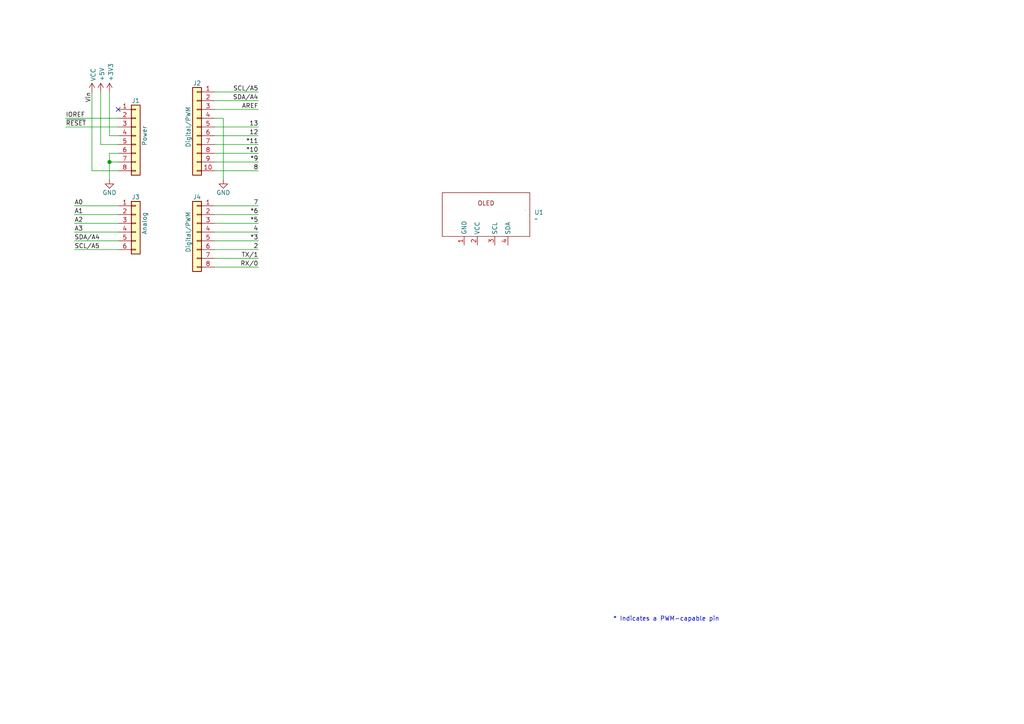
<source format=kicad_sch>
(kicad_sch (version 20231120) (generator "eeschema") (generator_version "8.0")
  (paper "A4")
  (title_block (date "mar. 31 mars 2015"))
  (lib_symbols
    (symbol "Connector_Generic:Conn_01x06" (pin_names (offset 1.016) hide)
      (property "Reference" "J" (at 0 7.62 0))
      (property "Value" "Conn_01x06" (at 0 -10.16 0))
      (symbol "Conn_01x06_1_1"
        (rectangle (start -1.27 -7.493) (end 0 -7.747) (stroke (width 0.1524)))
        (rectangle (start -1.27 -4.953) (end 0 -5.207) (stroke (width 0.1524)))
        (rectangle (start -1.27 -2.413) (end 0 -2.667) (stroke (width 0.1524)))
        (rectangle (start -1.27 0.127) (end 0 -0.127) (stroke (width 0.1524)))
        (rectangle (start -1.27 2.667) (end 0 2.413) (stroke (width 0.1524)))
        (rectangle (start -1.27 5.207) (end 0 4.953) (stroke (width 0.1524)))
        (rectangle (start -1.27 6.35) (end 1.27 -8.89) (stroke (width 0.254)) (fill (type background)))
        (pin passive line (at -5.08 5.08 0) (length 3.81) (name "Pin_1") (number "1"))
        (pin passive line (at -5.08 2.54 0) (length 3.81) (name "Pin_2") (number "2"))
        (pin passive line (at -5.08 0 0) (length 3.81) (name "Pin_3") (number "3"))
        (pin passive line (at -5.08 -2.54 0) (length 3.81) (name "Pin_4") (number "4"))
        (pin passive line (at -5.08 -5.08 0) (length 3.81) (name "Pin_5") (number "5"))
        (pin passive line (at -5.08 -7.62 0) (length 3.81) (name "Pin_6") (number "6"))
      )
    )
    (symbol "Connector_Generic:Conn_01x08" (pin_names (offset 1.016) hide)
      (property "Reference" "J" (at 0 10.16 0))
      (property "Value" "Conn_01x08" (at 0 -12.7 0))
      (symbol "Conn_01x08_1_1"
        (rectangle (start -1.27 -10.033) (end 0 -10.287) (stroke (width 0.1524)))
        (rectangle (start -1.27 -7.493) (end 0 -7.747) (stroke (width 0.1524)))
        (rectangle (start -1.27 -4.953) (end 0 -5.207) (stroke (width 0.1524)))
        (rectangle (start -1.27 -2.413) (end 0 -2.667) (stroke (width 0.1524)))
        (rectangle (start -1.27 0.127) (end 0 -0.127) (stroke (width 0.1524)))
        (rectangle (start -1.27 2.667) (end 0 2.413) (stroke (width 0.1524)))
        (rectangle (start -1.27 5.207) (end 0 4.953) (stroke (width 0.1524)))
        (rectangle (start -1.27 7.747) (end 0 7.493) (stroke (width 0.1524)))
        (rectangle (start -1.27 8.89) (end 1.27 -11.43) (stroke (width 0.254)) (fill (type background)))
        (pin passive line (at -5.08 7.62 0) (length 3.81) (name "Pin_1") (number "1"))
        (pin passive line (at -5.08 5.08 0) (length 3.81) (name "Pin_2") (number "2"))
        (pin passive line (at -5.08 2.54 0) (length 3.81) (name "Pin_3") (number "3"))
        (pin passive line (at -5.08 0 0) (length 3.81) (name "Pin_4") (number "4"))
        (pin passive line (at -5.08 -2.54 0) (length 3.81) (name "Pin_5") (number "5"))
        (pin passive line (at -5.08 -5.08 0) (length 3.81) (name "Pin_6") (number "6"))
        (pin passive line (at -5.08 -7.62 0) (length 3.81) (name "Pin_7") (number "7"))
        (pin passive line (at -5.08 -10.16 0) (length 3.81) (name "Pin_8") (number "8"))
      )
    )
    (symbol "Connector_Generic:Conn_01x10" (pin_names (offset 1.016) hide)
      (property "Reference" "J" (at 0 12.7 0))
      (property "Value" "Conn_01x10" (at 0 -15.24 0))
      (symbol "Conn_01x10_1_1"
        (rectangle (start -1.27 -12.573) (end 0 -12.827) (stroke (width 0.1524)))
        (rectangle (start -1.27 -10.033) (end 0 -10.287) (stroke (width 0.1524)))
        (rectangle (start -1.27 -7.493) (end 0 -7.747) (stroke (width 0.1524)))
        (rectangle (start -1.27 -4.953) (end 0 -5.207) (stroke (width 0.1524)))
        (rectangle (start -1.27 -2.413) (end 0 -2.667) (stroke (width 0.1524)))
        (rectangle (start -1.27 0.127) (end 0 -0.127) (stroke (width 0.1524)))
        (rectangle (start -1.27 2.667) (end 0 2.413) (stroke (width 0.1524)))
        (rectangle (start -1.27 5.207) (end 0 4.953) (stroke (width 0.1524)))
        (rectangle (start -1.27 7.747) (end 0 7.493) (stroke (width 0.1524)))
        (rectangle (start -1.27 10.287) (end 0 10.033) (stroke (width 0.1524)))
        (rectangle (start -1.27 11.43) (end 1.27 -13.97) (stroke (width 0.254)) (fill (type background)))
        (pin passive line (at -5.08 10.16 0) (length 3.81) (name "Pin_1") (number "1"))
        (pin passive line (at -5.08 -12.7 0) (length 3.81) (name "Pin_10") (number "10"))
        (pin passive line (at -5.08 7.62 0) (length 3.81) (name "Pin_2") (number "2"))
        (pin passive line (at -5.08 5.08 0) (length 3.81) (name "Pin_3") (number "3"))
        (pin passive line (at -5.08 2.54 0) (length 3.81) (name "Pin_4") (number "4"))
        (pin passive line (at -5.08 0 0) (length 3.81) (name "Pin_5") (number "5"))
        (pin passive line (at -5.08 -2.54 0) (length 3.81) (name "Pin_6") (number "6"))
        (pin passive line (at -5.08 -5.08 0) (length 3.81) (name "Pin_7") (number "7"))
        (pin passive line (at -5.08 -7.62 0) (length 3.81) (name "Pin_8") (number "8"))
        (pin passive line (at -5.08 -10.16 0) (length 3.81) (name "Pin_9") (number "9"))
      )
    )
    (symbol "MyLibGraphite:OLED"
      (property "Reference" "U1" (at 0 6.096 0))
      (symbol "OLED_0_1"
        (rectangle (start -12.7 12.7) (end 12.7 0))
        (rectangle (start 11.43 7.62) (end 11.43 7.62))
      )
      (symbol "OLED_1_1"
        (text "OLED\n" (at 0 9.652 0) (effects (font (size 1.27 1.27))))
        (pin input line (at -6.35 -2.54 90) (length 2.54) (name "GND") (number "1"))
        (pin input line (at -2.54 -2.54 90) (length 2.54) (name "VCC") (number "2"))
        (pin input line (at 2.54 -2.54 90) (length 2.54) (name "SCL") (number "3"))
        (pin input line (at 6.35 -2.54 90) (length 2.54) (name "SDA") (number "4"))
      )
    )
    (symbol "power:+3V3" (power) (pin_names (offset 0))
      (property "Value" "+3V3" (at 0 3.556 0))
      (symbol "+3V3_0_1"
        (polyline (pts (xy -0.762 1.27) (xy 0 2.54)))
        (polyline (pts (xy 0 0) (xy 0 2.54)))
        (polyline (pts (xy 0 2.54) (xy 0.762 1.27)))
      )
      (symbol "+3V3_1_1"
        (pin power_in line (at 0 0 90) (length 0) hide (name "+3V3") (number "1"))
      )
    )
    (symbol "power:+5V" (power) (pin_names (offset 0))
      (property "Value" "+5V" (at 0 3.556 0))
      (symbol "+5V_0_1"
        (polyline (pts (xy -0.762 1.27) (xy 0 2.54)))
        (polyline (pts (xy 0 0) (xy 0 2.54)))
        (polyline (pts (xy 0 2.54) (xy 0.762 1.27)))
      )
      (symbol "+5V_1_1"
        (pin power_in line (at 0 0 90) (length 0) hide (name "+5V") (number "1"))
      )
    )
    (symbol "power:GND" (power) (pin_names (offset 0))
      (property "Value" "GND" (at 0 -3.81 0))
      (symbol "GND_0_1"
        (polyline (pts (xy 0 0) (xy 0 -1.27) (xy 1.27 -1.27) (xy 0 -2.54) (xy -1.27 -1.27) (xy 0 -1.27)))
      )
      (symbol "GND_1_1"
        (pin power_in line (at 0 0 270) (length 0) hide (name "GND") (number "1"))
      )
    )
    (symbol "power:VCC" (power) (pin_names (offset 0))
      (property "Value" "VCC" (at 0 3.81 0))
      (symbol "VCC_0_1"
        (polyline (pts (xy -0.762 1.27) (xy 0 2.54)))
        (polyline (pts (xy 0 0) (xy 0 2.54)))
        (polyline (pts (xy 0 2.54) (xy 0.762 1.27)))
      )
      (symbol "VCC_1_1"
        (pin power_in line (at 0 0 90) (length 0) hide (name "VCC") (number "1"))
      )
    )
  )
  (junction (at 31.75 46.99) (diameter 1.016))
  (no_connect (at 34.29 31.75))
  (wire (pts (xy 62.23 77.47) (xy 74.93 77.47)))
  (wire (pts (xy 62.23 44.45) (xy 74.93 44.45)))
  (wire (pts (xy 62.23 26.67) (xy 74.93 26.67)))
  (wire (pts (xy 31.75 44.45) (xy 31.75 46.99)))
  (wire (pts (xy 21.59 72.39) (xy 34.29 72.39)))
  (wire (pts (xy 31.75 46.99) (xy 31.75 52.07)))
  (wire (pts (xy 31.75 39.37) (xy 34.29 39.37)))
  (wire (pts (xy 29.21 41.91) (xy 34.29 41.91)))
  (wire (pts (xy 29.21 26.67) (xy 29.21 41.91)))
  (wire (pts (xy 62.23 36.83) (xy 74.93 36.83)))
  (wire (pts (xy 31.75 26.67) (xy 31.75 39.37)))
  (wire (pts (xy 62.23 59.69) (xy 74.93 59.69)))
  (wire (pts (xy 34.29 59.69) (xy 21.59 59.69)))
  (wire (pts (xy 62.23 39.37) (xy 74.93 39.37)))
  (wire (pts (xy 62.23 62.23) (xy 74.93 62.23)))
  (wire (pts (xy 62.23 46.99) (xy 74.93 46.99)))
  (wire (pts (xy 62.23 67.31) (xy 74.93 67.31)))
  (wire (pts (xy 19.05 34.29) (xy 34.29 34.29)))
  (wire (pts (xy 64.77 34.29) (xy 64.77 52.07)))
  (wire (pts (xy 62.23 31.75) (xy 74.93 31.75)))
  (wire (pts (xy 34.29 64.77) (xy 21.59 64.77)))
  (wire (pts (xy 19.05 36.83) (xy 34.29 36.83)))
  (wire (pts (xy 34.29 46.99) (xy 31.75 46.99)))
  (wire (pts (xy 34.29 49.53) (xy 26.67 49.53)))
  (wire (pts (xy 21.59 62.23) (xy 34.29 62.23)))
  (wire (pts (xy 62.23 34.29) (xy 64.77 34.29)))
  (wire (pts (xy 34.29 44.45) (xy 31.75 44.45)))
  (wire (pts (xy 62.23 41.91) (xy 74.93 41.91)))
  (wire (pts (xy 62.23 64.77) (xy 74.93 64.77)))
  (wire (pts (xy 21.59 67.31) (xy 34.29 67.31)))
  (wire (pts (xy 62.23 29.21) (xy 74.93 29.21)))
  (wire (pts (xy 62.23 72.39) (xy 74.93 72.39)))
  (wire (pts (xy 62.23 69.85) (xy 74.93 69.85)))
  (wire (pts (xy 62.23 74.93) (xy 74.93 74.93)))
  (wire (pts (xy 26.67 49.53) (xy 26.67 26.67)))
  (wire (pts (xy 34.29 69.85) (xy 21.59 69.85)))
  (wire (pts (xy 62.23 49.53) (xy 74.93 49.53)))
  (text "* Indicates a PWM-capable pin" (at 177.8 180.34 0) (effects (font (size 1.27 1.27)) (justify left bottom)))
  (label "RX{slash}0" (at 74.93 77.47 180))
  (label "A2" (at 21.59 64.77 0))
  (label "4" (at 74.93 67.31 180))
  (label "2" (at 74.93 72.39 180))
  (label "A3" (at 21.59 67.31 0))
  (label "13" (at 74.93 36.83 180))
  (label "12" (at 74.93 39.37 180))
  (label "~{RESET}" (at 19.05 36.83 0))
  (label "*10" (at 74.93 44.45 180))
  (label "7" (at 74.93 59.69 180))
  (label "SDA{slash}A4" (at 74.93 29.21 180))
  (label "8" (at 74.93 49.53 180))
  (label "*11" (at 74.93 41.91 180))
  (label "*3" (at 74.93 69.85 180))
  (label "A1" (at 21.59 62.23 0))
  (label "TX{slash}1" (at 74.93 74.93 180))
  (label "A0" (at 21.59 59.69 0))
  (label "AREF" (at 74.93 31.75 180))
  (label "Vin" (at 26.67 26.67 270))
  (label "*6" (at 74.93 62.23 180))
  (label "SCL{slash}A5" (at 74.93 26.67 180))
  (label "*9" (at 74.93 46.99 180))
  (label "*5" (at 74.93 64.77 180))
  (label "IOREF" (at 19.05 34.29 0))
  (label "SDA{slash}A4" (at 21.59 69.85 0))
  (label "SCL{slash}A5" (at 21.59 72.39 0))
  (symbol (lib_id "Connector_Generic:Conn_01x08") (at 39.37 39.37 0) (unit 1)
    (property "Reference" "J1" (at 39.37 29.21 0))
    (property "Value" "Power" (at 41.91 39.37 90))
    (property "Footprint" "Connector_PinSocket_2.54mm:PinSocket_1x08_P2.54mm_Vertical" (effects (hide yes)))
  )
  (symbol (lib_id "power:+3V3") (at 31.75 26.67 0) (unit 1)
    (property "Reference" "#PWR03" (effects (hide yes)))
    (property "Value" "+3V3" (at 32.131 23.622 90) (effects (justify left)))
  )
  (symbol (lib_id "power:+5V") (at 29.21 26.67 0) (unit 1)
    (property "Reference" "#PWR02" (effects (hide yes)))
    (property "Value" "+5V" (at 29.5656 23.622 90) (effects (justify left)))
  )
  (symbol (lib_id "power:GND") (at 31.75 52.07 0) (unit 1)
    (property "Reference" "#PWR04" (effects (hide yes)))
    (property "Value" "GND" (at 31.75 55.88 0))
  )
  (symbol (lib_id "Connector_Generic:Conn_01x10") (at 57.15 36.83 0) (mirror y) (unit 1)
    (property "Reference" "J2" (at 57.15 24.13 0))
    (property "Value" "Digital/PWM" (at 54.61 36.83 90))
    (property "Footprint" "Connector_PinSocket_2.54mm:PinSocket_1x10_P2.54mm_Vertical" (effects (hide yes)))
  )
  (symbol (lib_id "power:GND") (at 64.77 52.07 0) (unit 1)
    (property "Reference" "#PWR05" (effects (hide yes)))
    (property "Value" "GND" (at 64.77 55.88 0))
  )
  (symbol (lib_id "Connector_Generic:Conn_01x06") (at 39.37 64.77 0) (unit 1)
    (property "Reference" "J3" (at 39.37 57.15 0))
    (property "Value" "Analog" (at 41.91 64.77 90))
    (property "Footprint" "Connector_PinSocket_2.54mm:PinSocket_1x06_P2.54mm_Vertical" (effects (hide yes)))
  )
  (symbol (lib_id "Connector_Generic:Conn_01x08") (at 57.15 67.31 0) (mirror y) (unit 1)
    (property "Reference" "J4" (at 57.15 57.15 0))
    (property "Value" "Digital/PWM" (at 54.61 67.31 90))
    (property "Footprint" "Connector_PinSocket_2.54mm:PinSocket_1x08_P2.54mm_Vertical" (effects (hide yes)))
  )
  (symbol (lib_id "power:VCC") (at 26.67 26.67 0) (unit 1)
    (property "Reference" "#PWR01" (effects (hide yes)))
    (property "Value" "VCC" (at 27.051 23.622 90) (effects (justify left)))
  )
  (symbol (lib_id "MyLibGraphite:OLED") (at 140.97 68.58 0) (unit 1)
    (property "Reference" "U1" (at 154.94 61.5949 0) (effects (justify left)))
    (property "Value" "~" (at 154.94 63.5 0) (effects (justify left)))
    (property "Footprint" "MyLibEmpreinte:MyEmpreinte" (effects (hide yes)))
  )
)
</source>
